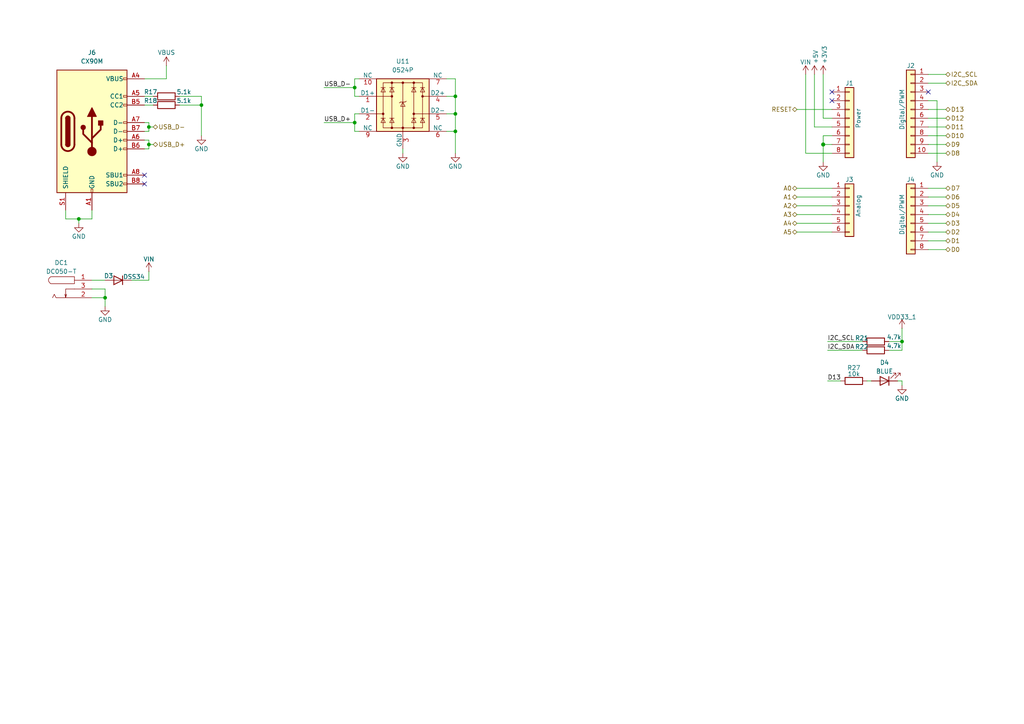
<source format=kicad_sch>
(kicad_sch (version 20231120) (generator "eeschema") (generator_version "8.0")
  (paper "A4")
  (lib_symbols
    (symbol "AC-DC Power Connect:DC050-T" (pin_names (offset 1.016) hide)
      (property "Reference" "DC" (at 0 7.6962 0))
      (property "Value" "DC050-T" (at 0 12.7762 0))
      (symbol "DC050-T_1_1"
        (bezier (pts (xy -9.398 3.556) (xy -10.922 2.54) (xy -9.398 1.524) (xy -9.398 1.524)) (stroke (width 0.1524)))
        (polyline (pts (xy -5.08 -2.54) (xy -5.334 -1.524)) (stroke (width 0.1524)))
        (polyline (pts (xy -5.08 -2.54) (xy -4.826 -1.524)) (stroke (width 0.1524)))
        (polyline (pts (xy -2.54 3.556) (xy -9.398 3.556)) (stroke (width 0.1524)))
        (polyline (pts (xy -2.54 0) (xy -5.08 0) (xy -5.08 -2.54)) (stroke (width 0.1524)))
        (polyline (pts (xy -2.54 3.556) (xy -2.54 1.524) (xy -9.398 1.524)) (stroke (width 0.1524)))
        (polyline (pts (xy -2.54 -2.54) (xy -7.874 -2.54) (xy -8.382 -1.524) (xy -8.89 -2.54)) (stroke (width 0.1524)))
        (pin passive line (at 2.54 2.54 180) (length 5.08) (name "1") (number "1"))
        (pin passive line (at 2.54 -2.54 180) (length 5.08) (name "2") (number "2"))
        (pin passive line (at 2.54 0 180) (length 5.08) (name "3") (number "3"))
      )
    )
    (symbol "Connector:USB_C_Receptacle_USB2.0" (pin_names (offset 1.016))
      (property "Reference" "J" (at -10.16 19.05 0))
      (property "Value" "USB_C_Receptacle_USB2.0" (at 19.05 19.05 0))
      (symbol "USB_C_Receptacle_USB2.0_0_0"
        (rectangle (start -0.254 -17.78) (end 0.254 -16.764))
        (rectangle (start 10.16 -14.986) (end 9.144 -15.494))
        (rectangle (start 10.16 -12.446) (end 9.144 -12.954))
        (rectangle (start 10.16 -4.826) (end 9.144 -5.334))
        (rectangle (start 10.16 -2.286) (end 9.144 -2.794))
        (rectangle (start 10.16 0.254) (end 9.144 -0.254))
        (rectangle (start 10.16 2.794) (end 9.144 2.286))
        (rectangle (start 10.16 7.874) (end 9.144 7.366))
        (rectangle (start 10.16 10.414) (end 9.144 9.906))
        (rectangle (start 10.16 15.494) (end 9.144 14.986))
      )
      (symbol "USB_C_Receptacle_USB2.0_0_1"
        (rectangle (start -10.16 17.78) (end 10.16 -17.78) (stroke (width 0.254)) (fill (type background)))
        (arc (start -8.89 -3.81) (mid -6.985 -5.7067) (end -5.08 -3.81) (stroke (width 0.508)))
        (arc (start -7.62 -3.81) (mid -6.985 -4.4423) (end -6.35 -3.81) (stroke (width 0.254)))
        (arc (start -7.62 -3.81) (mid -6.985 -4.4423) (end -6.35 -3.81) (stroke (width 0.254)) (fill (type outline)))
        (rectangle (start -7.62 -3.81) (end -6.35 3.81) (stroke (width 0.254)) (fill (type outline)))
        (arc (start -6.35 3.81) (mid -6.985 4.4423) (end -7.62 3.81) (stroke (width 0.254)))
        (arc (start -6.35 3.81) (mid -6.985 4.4423) (end -7.62 3.81) (stroke (width 0.254)) (fill (type outline)))
        (arc (start -5.08 3.81) (mid -6.985 5.7067) (end -8.89 3.81) (stroke (width 0.508)))
        (circle (center -2.54 1.143) (radius 0.635) (stroke (width 0.254)) (fill (type outline)))
        (circle (center 0 -5.842) (radius 1.27) (fill (type outline)))
        (polyline (pts (xy -8.89 -3.81) (xy -8.89 3.81)) (stroke (width 0.508)))
        (polyline (pts (xy -5.08 3.81) (xy -5.08 -3.81)) (stroke (width 0.508)))
        (polyline (pts (xy 0 -5.842) (xy 0 4.318)) (stroke (width 0.508)))
        (polyline (pts (xy 0 -3.302) (xy -2.54 -0.762) (xy -2.54 0.508)) (stroke (width 0.508)))
        (polyline (pts (xy 0 -2.032) (xy 2.54 0.508) (xy 2.54 1.778)) (stroke (width 0.508)))
        (polyline (pts (xy -1.27 4.318) (xy 0 6.858) (xy 1.27 4.318) (xy -1.27 4.318)) (stroke (width 0.254)) (fill (type outline)))
        (rectangle (start 1.905 1.778) (end 3.175 3.048) (stroke (width 0.254)) (fill (type outline)))
      )
      (symbol "USB_C_Receptacle_USB2.0_1_1"
        (pin passive line (at 0 -22.86 90) (length 5.08) (name "GND") (number "A1"))
        (pin passive line (at 0 -22.86 90) (length 5.08) hide (name "GND") (number "A12"))
        (pin passive line (at 15.24 15.24 180) (length 5.08) (name "VBUS") (number "A4"))
        (pin bidirectional line (at 15.24 10.16 180) (length 5.08) (name "CC1") (number "A5"))
        (pin bidirectional line (at 15.24 -2.54 180) (length 5.08) (name "D+") (number "A6"))
        (pin bidirectional line (at 15.24 2.54 180) (length 5.08) (name "D-") (number "A7"))
        (pin bidirectional line (at 15.24 -12.7 180) (length 5.08) (name "SBU1") (number "A8"))
        (pin passive line (at 15.24 15.24 180) (length 5.08) hide (name "VBUS") (number "A9"))
        (pin passive line (at 0 -22.86 90) (length 5.08) hide (name "GND") (number "B1"))
        (pin passive line (at 0 -22.86 90) (length 5.08) hide (name "GND") (number "B12"))
        (pin passive line (at 15.24 15.24 180) (length 5.08) hide (name "VBUS") (number "B4"))
        (pin bidirectional line (at 15.24 7.62 180) (length 5.08) (name "CC2") (number "B5"))
        (pin bidirectional line (at 15.24 -5.08 180) (length 5.08) (name "D+") (number "B6"))
        (pin bidirectional line (at 15.24 0 180) (length 5.08) (name "D-") (number "B7"))
        (pin bidirectional line (at 15.24 -15.24 180) (length 5.08) (name "SBU2") (number "B8"))
        (pin passive line (at 15.24 15.24 180) (length 5.08) hide (name "VBUS") (number "B9"))
        (pin passive line (at -7.62 -22.86 90) (length 5.08) (name "SHIELD") (number "S1"))
      )
    )
    (symbol "Connector_Generic:Conn_01x06" (pin_names (offset 1.016) hide)
      (property "Reference" "J" (at 0 7.62 0))
      (property "Value" "Conn_01x06" (at 0 -10.16 0))
      (symbol "Conn_01x06_1_1"
        (rectangle (start -1.27 -7.493) (end 0 -7.747) (stroke (width 0.1524)))
        (rectangle (start -1.27 -4.953) (end 0 -5.207) (stroke (width 0.1524)))
        (rectangle (start -1.27 -2.413) (end 0 -2.667) (stroke (width 0.1524)))
        (rectangle (start -1.27 0.127) (end 0 -0.127) (stroke (width 0.1524)))
        (rectangle (start -1.27 2.667) (end 0 2.413) (stroke (width 0.1524)))
        (rectangle (start -1.27 5.207) (end 0 4.953) (stroke (width 0.1524)))
        (rectangle (start -1.27 6.35) (end 1.27 -8.89) (stroke (width 0.254)) (fill (type background)))
        (pin passive line (at -5.08 5.08 0) (length 3.81) (name "Pin_1") (number "1"))
        (pin passive line (at -5.08 2.54 0) (length 3.81) (name "Pin_2") (number "2"))
        (pin passive line (at -5.08 0 0) (length 3.81) (name "Pin_3") (number "3"))
        (pin passive line (at -5.08 -2.54 0) (length 3.81) (name "Pin_4") (number "4"))
        (pin passive line (at -5.08 -5.08 0) (length 3.81) (name "Pin_5") (number "5"))
        (pin passive line (at -5.08 -7.62 0) (length 3.81) (name "Pin_6") (number "6"))
      )
    )
    (symbol "Connector_Generic:Conn_01x08" (pin_names (offset 1.016) hide)
      (property "Reference" "J" (at 0 10.16 0))
      (property "Value" "Conn_01x08" (at 0 -12.7 0))
      (symbol "Conn_01x08_1_1"
        (rectangle (start -1.27 -10.033) (end 0 -10.287) (stroke (width 0.1524)))
        (rectangle (start -1.27 -7.493) (end 0 -7.747) (stroke (width 0.1524)))
        (rectangle (start -1.27 -4.953) (end 0 -5.207) (stroke (width 0.1524)))
        (rectangle (start -1.27 -2.413) (end 0 -2.667) (stroke (width 0.1524)))
        (rectangle (start -1.27 0.127) (end 0 -0.127) (stroke (width 0.1524)))
        (rectangle (start -1.27 2.667) (end 0 2.413) (stroke (width 0.1524)))
        (rectangle (start -1.27 5.207) (end 0 4.953) (stroke (width 0.1524)))
        (rectangle (start -1.27 7.747) (end 0 7.493) (stroke (width 0.1524)))
        (rectangle (start -1.27 8.89) (end 1.27 -11.43) (stroke (width 0.254)) (fill (type background)))
        (pin passive line (at -5.08 7.62 0) (length 3.81) (name "Pin_1") (number "1"))
        (pin passive line (at -5.08 5.08 0) (length 3.81) (name "Pin_2") (number "2"))
        (pin passive line (at -5.08 2.54 0) (length 3.81) (name "Pin_3") (number "3"))
        (pin passive line (at -5.08 0 0) (length 3.81) (name "Pin_4") (number "4"))
        (pin passive line (at -5.08 -2.54 0) (length 3.81) (name "Pin_5") (number "5"))
        (pin passive line (at -5.08 -5.08 0) (length 3.81) (name "Pin_6") (number "6"))
        (pin passive line (at -5.08 -7.62 0) (length 3.81) (name "Pin_7") (number "7"))
        (pin passive line (at -5.08 -10.16 0) (length 3.81) (name "Pin_8") (number "8"))
      )
    )
    (symbol "Connector_Generic:Conn_01x10" (pin_names (offset 1.016) hide)
      (property "Reference" "J" (at 0 12.7 0))
      (property "Value" "Conn_01x10" (at 0 -15.24 0))
      (symbol "Conn_01x10_1_1"
        (rectangle (start -1.27 -12.573) (end 0 -12.827) (stroke (width 0.1524)))
        (rectangle (start -1.27 -10.033) (end 0 -10.287) (stroke (width 0.1524)))
        (rectangle (start -1.27 -7.493) (end 0 -7.747) (stroke (width 0.1524)))
        (rectangle (start -1.27 -4.953) (end 0 -5.207) (stroke (width 0.1524)))
        (rectangle (start -1.27 -2.413) (end 0 -2.667) (stroke (width 0.1524)))
        (rectangle (start -1.27 0.127) (end 0 -0.127) (stroke (width 0.1524)))
        (rectangle (start -1.27 2.667) (end 0 2.413) (stroke (width 0.1524)))
        (rectangle (start -1.27 5.207) (end 0 4.953) (stroke (width 0.1524)))
        (rectangle (start -1.27 7.747) (end 0 7.493) (stroke (width 0.1524)))
        (rectangle (start -1.27 10.287) (end 0 10.033) (stroke (width 0.1524)))
        (rectangle (start -1.27 11.43) (end 1.27 -13.97) (stroke (width 0.254)) (fill (type background)))
        (pin passive line (at -5.08 10.16 0) (length 3.81) (name "Pin_1") (number "1"))
        (pin passive line (at -5.08 -12.7 0) (length 3.81) (name "Pin_10") (number "10"))
        (pin passive line (at -5.08 7.62 0) (length 3.81) (name "Pin_2") (number "2"))
        (pin passive line (at -5.08 5.08 0) (length 3.81) (name "Pin_3") (number "3"))
        (pin passive line (at -5.08 2.54 0) (length 3.81) (name "Pin_4") (number "4"))
        (pin passive line (at -5.08 0 0) (length 3.81) (name "Pin_5") (number "5"))
        (pin passive line (at -5.08 -2.54 0) (length 3.81) (name "Pin_6") (number "6"))
        (pin passive line (at -5.08 -5.08 0) (length 3.81) (name "Pin_7") (number "7"))
        (pin passive line (at -5.08 -7.62 0) (length 3.81) (name "Pin_8") (number "8"))
        (pin passive line (at -5.08 -10.16 0) (length 3.81) (name "Pin_9") (number "9"))
      )
    )
    (symbol "Device:D" (pin_numbers hide) (pin_names (offset 1.016) hide)
      (property "Reference" "D" (at 0 2.54 0))
      (property "Value" "D" (at 0 -2.54 0))
      (symbol "D_0_1"
        (polyline (pts (xy -1.27 1.27) (xy -1.27 -1.27)) (stroke (width 0.254)))
        (polyline (pts (xy 1.27 0) (xy -1.27 0)))
        (polyline (pts (xy 1.27 1.27) (xy 1.27 -1.27) (xy -1.27 0) (xy 1.27 1.27)) (stroke (width 0.254)))
      )
      (symbol "D_1_1"
        (pin passive line (at -3.81 0 0) (length 2.54) (name "K") (number "1"))
        (pin passive line (at 3.81 0 180) (length 2.54) (name "A") (number "2"))
      )
    )
    (symbol "Device:LED" (pin_numbers hide) (pin_names (offset 1.016) hide)
      (property "Reference" "D" (at 0 2.54 0))
      (property "Value" "LED" (at 0 -2.54 0))
      (symbol "LED_0_1"
        (polyline (pts (xy -1.27 -1.27) (xy -1.27 1.27)) (stroke (width 0.254)))
        (polyline (pts (xy -1.27 0) (xy 1.27 0)))
        (polyline (pts (xy 1.27 -1.27) (xy 1.27 1.27) (xy -1.27 0) (xy 1.27 -1.27)) (stroke (width 0.254)))
        (polyline (pts (xy -3.048 -0.762) (xy -4.572 -2.286) (xy -3.81 -2.286) (xy -4.572 -2.286) (xy -4.572 -1.524)))
        (polyline (pts (xy -1.778 -0.762) (xy -3.302 -2.286) (xy -2.54 -2.286) (xy -3.302 -2.286) (xy -3.302 -1.524)))
      )
      (symbol "LED_1_1"
        (pin passive line (at -3.81 0 0) (length 2.54) (name "K") (number "1"))
        (pin passive line (at 3.81 0 180) (length 2.54) (name "A") (number "2"))
      )
    )
    (symbol "Device:R" (pin_numbers hide) (pin_names (offset 0))
      (property "Reference" "R" (at 2.032 0 90))
      (property "Value" "R" (at 0 0 90))
      (symbol "R_0_1"
        (rectangle (start -1.016 -2.54) (end 1.016 2.54) (stroke (width 0.254)))
      )
      (symbol "R_1_1"
        (pin passive line (at 0 3.81 270) (length 1.27) (name "~") (number "1"))
        (pin passive line (at 0 -3.81 90) (length 1.27) (name "~") (number "2"))
      )
    )
    (symbol "Power_Protection:TPD4EUSB30" (pin_names (offset 0))
      (property "Reference" "U" (at -0.635 8.89 0))
      (property "Value" "TPD4EUSB30" (at 8.89 -10.16 0))
      (symbol "TPD4EUSB30_0_0"
        (rectangle (start -5.715 6.477) (end 5.715 -6.604))
        (polyline (pts (xy -3.175 -6.604) (xy -3.175 6.477)))
        (polyline (pts (xy 0 6.477) (xy 0 -6.604)))
        (polyline (pts (xy 3.175 6.477) (xy 3.175 -6.604)))
      )
      (symbol "TPD4EUSB30_0_1"
        (rectangle (start -7.62 7.62) (end 7.62 -7.62) (stroke (width 0.254)) (fill (type background)))
        (circle (center -5.715 -2.54) (radius 0.2794) (fill (type outline)))
        (circle (center -3.175 -6.604) (radius 0.2794) (fill (type outline)))
        (circle (center -3.175 2.54) (radius 0.2794) (fill (type outline)))
        (circle (center -3.175 6.477) (radius 0.2794) (fill (type outline)))
        (circle (center 0 -6.604) (radius 0.2794) (fill (type outline)))
        (polyline (pts (xy -7.747 2.54) (xy -3.175 2.54)))
        (polyline (pts (xy -7.62 -2.54) (xy -5.715 -2.54)))
        (polyline (pts (xy -5.08 -3.81) (xy -6.35 -3.81)))
        (polyline (pts (xy -5.08 5.08) (xy -6.35 5.08)))
        (polyline (pts (xy -2.54 -3.81) (xy -3.81 -3.81)))
        (polyline (pts (xy -2.54 5.08) (xy -3.81 5.08)))
        (polyline (pts (xy -0.635 0.889) (xy -1.016 0.635)))
        (polyline (pts (xy 0 -6.604) (xy 0 -7.62)))
        (polyline (pts (xy 0.635 0.889) (xy -0.635 0.889)))
        (polyline (pts (xy 0.635 0.889) (xy 1.016 1.143)))
        (polyline (pts (xy 3.81 -3.81) (xy 2.54 -3.81)))
        (polyline (pts (xy 3.81 5.08) (xy 2.54 5.08)))
        (polyline (pts (xy 6.35 -3.81) (xy 5.08 -3.81)))
        (polyline (pts (xy 6.35 5.08) (xy 5.08 5.08)))
        (polyline (pts (xy 7.62 -2.54) (xy 3.175 -2.54)))
        (polyline (pts (xy 7.62 2.54) (xy 5.715 2.54)))
        (polyline (pts (xy -5.08 -5.08) (xy -6.35 -5.08) (xy -5.715 -3.81) (xy -5.08 -5.08)))
        (polyline (pts (xy -5.08 3.81) (xy -6.35 3.81) (xy -5.715 5.08) (xy -5.08 3.81)))
        (polyline (pts (xy -2.54 -5.08) (xy -3.81 -5.08) (xy -3.175 -3.81) (xy -2.54 -5.08)))
        (polyline (pts (xy -2.54 3.81) (xy -3.81 3.81) (xy -3.175 5.08) (xy -2.54 3.81)))
        (polyline (pts (xy 0.635 -0.381) (xy -0.635 -0.381) (xy 0 0.889) (xy 0.635 -0.381)))
        (polyline (pts (xy 3.81 -5.08) (xy 2.54 -5.08) (xy 3.175 -3.81) (xy 3.81 -5.08)))
        (polyline (pts (xy 3.81 3.81) (xy 2.54 3.81) (xy 3.175 5.08) (xy 3.81 3.81)))
        (polyline (pts (xy 6.35 -5.08) (xy 5.08 -5.08) (xy 5.715 -3.81) (xy 6.35 -5.08)))
        (polyline (pts (xy 6.35 3.81) (xy 5.08 3.81) (xy 5.715 5.08) (xy 6.35 3.81)))
        (circle (center 0 6.477) (radius 0.2794) (fill (type outline)))
        (circle (center 3.175 -6.604) (radius 0.2794) (fill (type outline)))
        (circle (center 3.175 -2.54) (radius 0.2794) (fill (type outline)))
        (circle (center 3.175 6.477) (radius 0.2794) (fill (type outline)))
        (circle (center 5.715 2.54) (radius 0.2794) (fill (type outline)))
      )
      (symbol "TPD4EUSB30_1_1"
        (pin passive line (at -12.7 2.54 0) (length 5.08) (name "D1+") (number "1"))
        (pin free line (at -12.7 7.62 0) (length 5.08) (name "NC") (number "10"))
        (pin passive line (at -12.7 -2.54 0) (length 5.08) (name "D1-") (number "2"))
        (pin power_in line (at 0 -12.7 90) (length 5.08) (name "GND") (number "3"))
        (pin passive line (at 12.7 2.54 180) (length 5.08) (name "D2+") (number "4"))
        (pin passive line (at 12.7 -2.54 180) (length 5.08) (name "D2-") (number "5"))
        (pin free line (at 12.7 -7.62 180) (length 5.08) (name "NC") (number "6"))
        (pin free line (at 12.7 7.62 180) (length 5.08) (name "NC") (number "7"))
        (pin passive line (at 0 -12.7 90) (length 5.08) hide (name "GND") (number "8"))
        (pin free line (at -12.7 -7.62 0) (length 5.08) (name "NC") (number "9"))
      )
    )
    (symbol "power:+3V3" (power) (pin_names (offset 0))
      (property "Value" "+3V3" (at 0 3.556 0))
      (symbol "+3V3_0_1"
        (polyline (pts (xy -0.762 1.27) (xy 0 2.54)))
        (polyline (pts (xy 0 0) (xy 0 2.54)))
        (polyline (pts (xy 0 2.54) (xy 0.762 1.27)))
      )
      (symbol "+3V3_1_1"
        (pin power_in line (at 0 0 90) (length 0) hide (name "+3V3") (number "1"))
      )
    )
    (symbol "power:+5V" (power) (pin_names (offset 0))
      (property "Value" "+5V" (at 0 3.556 0))
      (symbol "+5V_0_1"
        (polyline (pts (xy -0.762 1.27) (xy 0 2.54)))
        (polyline (pts (xy 0 0) (xy 0 2.54)))
        (polyline (pts (xy 0 2.54) (xy 0.762 1.27)))
      )
      (symbol "+5V_1_1"
        (pin power_in line (at 0 0 90) (length 0) hide (name "+5V") (number "1"))
      )
    )
    (symbol "power:GND" (power) (pin_names (offset 0))
      (property "Value" "GND" (at 0 -3.81 0))
      (symbol "GND_0_1"
        (polyline (pts (xy 0 0) (xy 0 -1.27) (xy 1.27 -1.27) (xy 0 -2.54) (xy -1.27 -1.27) (xy 0 -1.27)))
      )
      (symbol "GND_1_1"
        (pin power_in line (at 0 0 270) (length 0) hide (name "GND") (number "1"))
      )
    )
    (symbol "power:VBUS" (power) (pin_numbers hide) (pin_names (offset 0) hide)
      (property "Value" "VBUS" (at 0 3.556 0))
      (symbol "VBUS_0_1"
        (polyline (pts (xy -0.762 1.27) (xy 0 2.54)))
        (polyline (pts (xy 0 0) (xy 0 2.54)))
        (polyline (pts (xy 0 2.54) (xy 0.762 1.27)))
      )
      (symbol "VBUS_1_1"
        (pin power_in line (at 0 0 90) (length 0) (name "~") (number "1"))
      )
    )
    (symbol "power:VD" (power) (pin_numbers hide) (pin_names (offset 0) hide)
      (property "Value" "VD" (at 0 3.556 0))
      (symbol "VD_0_1"
        (polyline (pts (xy -0.762 1.27) (xy 0 2.54)))
        (polyline (pts (xy 0 0) (xy 0 2.54)))
        (polyline (pts (xy 0 2.54) (xy 0.762 1.27)))
      )
      (symbol "VD_1_1"
        (pin power_in line (at 0 0 90) (length 0) (name "~") (number "1"))
      )
    )
  )
  (junction (at 132.08 27.94))
  (junction (at 58.42 30.48))
  (junction (at 102.87 25.4))
  (junction (at 132.08 38.1))
  (junction (at 43.18 41.91))
  (junction (at 30.48 86.36))
  (junction (at 261.62 99.06))
  (junction (at 43.18 36.83))
  (junction (at 132.08 33.02))
  (junction (at 22.86 63.5))
  (junction (at 238.76 41.91) (diameter 1.016))
  (junction (at 102.87 35.56))
  (no_connect (at 241.3 26.67))
  (no_connect (at 241.3 29.21))
  (no_connect (at 41.91 50.8))
  (no_connect (at 41.91 53.34))
  (no_connect (at 269.24 26.67))
  (wire (pts (xy 241.3 41.91) (xy 238.76 41.91)))
  (wire (pts (xy 19.05 60.96) (xy 19.05 63.5)))
  (wire (pts (xy 26.67 86.36) (xy 30.48 86.36)))
  (wire (pts (xy 43.18 40.64) (xy 43.18 41.91)))
  (wire (pts (xy 269.24 29.21) (xy 271.78 29.21)))
  (wire (pts (xy 236.22 21.59) (xy 236.22 36.83)))
  (wire (pts (xy 22.86 63.5) (xy 22.86 64.77)))
  (wire (pts (xy 257.81 101.6) (xy 261.62 101.6)))
  (wire (pts (xy 241.3 54.61) (xy 231.14 54.61)))
  (wire (pts (xy 236.22 36.83) (xy 241.3 36.83)))
  (wire (pts (xy 269.24 31.75) (xy 274.32 31.75)))
  (wire (pts (xy 102.87 33.02) (xy 104.14 33.02)))
  (wire (pts (xy 132.08 22.86) (xy 132.08 27.94)))
  (wire (pts (xy 269.24 44.45) (xy 274.32 44.45)))
  (wire (pts (xy 132.08 33.02) (xy 132.08 38.1)))
  (wire (pts (xy 41.91 22.86) (xy 48.26 22.86)))
  (wire (pts (xy 38.1 81.28) (xy 43.18 81.28)))
  (wire (pts (xy 41.91 27.94) (xy 44.45 27.94)))
  (wire (pts (xy 269.24 21.59) (xy 274.32 21.59)))
  (wire (pts (xy 257.81 99.06) (xy 261.62 99.06)))
  (wire (pts (xy 269.24 67.31) (xy 274.32 67.31)))
  (wire (pts (xy 240.03 101.6) (xy 250.19 101.6)))
  (wire (pts (xy 238.76 34.29) (xy 241.3 34.29)))
  (wire (pts (xy 231.14 57.15) (xy 241.3 57.15)))
  (wire (pts (xy 102.87 25.4) (xy 102.87 22.86)))
  (wire (pts (xy 238.76 39.37) (xy 238.76 41.91)))
  (wire (pts (xy 41.91 35.56) (xy 43.18 35.56)))
  (wire (pts (xy 43.18 78.74) (xy 43.18 81.28)))
  (wire (pts (xy 129.54 33.02) (xy 132.08 33.02)))
  (wire (pts (xy 260.35 110.49) (xy 261.62 110.49)))
  (wire (pts (xy 104.14 27.94) (xy 102.87 27.94)))
  (wire (pts (xy 240.03 99.06) (xy 250.19 99.06)))
  (wire (pts (xy 30.48 83.82) (xy 30.48 86.36)))
  (wire (pts (xy 26.67 83.82) (xy 30.48 83.82)))
  (wire (pts (xy 116.84 43.18) (xy 116.84 44.45)))
  (wire (pts (xy 102.87 22.86) (xy 104.14 22.86)))
  (wire (pts (xy 19.05 63.5) (xy 22.86 63.5)))
  (wire (pts (xy 132.08 38.1) (xy 132.08 44.45)))
  (wire (pts (xy 43.18 36.83) (xy 44.45 36.83)))
  (wire (pts (xy 43.18 38.1) (xy 41.91 38.1)))
  (wire (pts (xy 132.08 27.94) (xy 132.08 33.02)))
  (wire (pts (xy 269.24 39.37) (xy 274.32 39.37)))
  (wire (pts (xy 41.91 30.48) (xy 44.45 30.48)))
  (wire (pts (xy 238.76 41.91) (xy 238.76 46.99)))
  (wire (pts (xy 241.3 59.69) (xy 231.14 59.69)))
  (wire (pts (xy 241.3 64.77) (xy 231.14 64.77)))
  (wire (pts (xy 231.14 67.31) (xy 241.3 67.31)))
  (wire (pts (xy 26.67 63.5) (xy 26.67 60.96)))
  (wire (pts (xy 269.24 57.15) (xy 274.32 57.15)))
  (wire (pts (xy 240.03 110.49) (xy 243.84 110.49)))
  (wire (pts (xy 52.07 30.48) (xy 58.42 30.48)))
  (wire (pts (xy 269.24 34.29) (xy 274.32 34.29)))
  (wire (pts (xy 269.24 69.85) (xy 274.32 69.85)))
  (wire (pts (xy 269.24 41.91) (xy 274.32 41.91)))
  (wire (pts (xy 269.24 62.23) (xy 274.32 62.23)))
  (wire (pts (xy 269.24 64.77) (xy 274.32 64.77)))
  (wire (pts (xy 261.62 95.25) (xy 261.62 99.06)))
  (wire (pts (xy 58.42 30.48) (xy 58.42 39.37)))
  (wire (pts (xy 129.54 38.1) (xy 132.08 38.1)))
  (wire (pts (xy 269.24 59.69) (xy 274.32 59.69)))
  (wire (pts (xy 241.3 44.45) (xy 233.68 44.45)))
  (wire (pts (xy 93.98 25.4) (xy 102.87 25.4)))
  (wire (pts (xy 129.54 27.94) (xy 132.08 27.94)))
  (wire (pts (xy 93.98 35.56) (xy 102.87 35.56)))
  (wire (pts (xy 269.24 36.83) (xy 274.32 36.83)))
  (wire (pts (xy 43.18 43.18) (xy 41.91 43.18)))
  (wire (pts (xy 129.54 22.86) (xy 132.08 22.86)))
  (wire (pts (xy 261.62 99.06) (xy 261.62 101.6)))
  (wire (pts (xy 43.18 36.83) (xy 43.18 38.1)))
  (wire (pts (xy 269.24 72.39) (xy 274.32 72.39)))
  (wire (pts (xy 271.78 29.21) (xy 271.78 46.99)))
  (wire (pts (xy 104.14 38.1) (xy 102.87 38.1)))
  (wire (pts (xy 102.87 35.56) (xy 102.87 33.02)))
  (wire (pts (xy 41.91 40.64) (xy 43.18 40.64)))
  (wire (pts (xy 43.18 35.56) (xy 43.18 36.83)))
  (wire (pts (xy 251.46 110.49) (xy 252.73 110.49)))
  (wire (pts (xy 102.87 25.4) (xy 102.87 27.94)))
  (wire (pts (xy 52.07 27.94) (xy 58.42 27.94)))
  (wire (pts (xy 231.14 62.23) (xy 241.3 62.23)))
  (wire (pts (xy 58.42 27.94) (xy 58.42 30.48)))
  (wire (pts (xy 30.48 86.36) (xy 30.48 88.9)))
  (wire (pts (xy 233.68 44.45) (xy 233.68 21.59)))
  (wire (pts (xy 238.76 21.59) (xy 238.76 34.29)))
  (wire (pts (xy 269.24 54.61) (xy 274.32 54.61)))
  (wire (pts (xy 48.26 19.05) (xy 48.26 22.86)))
  (wire (pts (xy 102.87 38.1) (xy 102.87 35.56)))
  (wire (pts (xy 22.86 63.5) (xy 26.67 63.5)))
  (wire (pts (xy 241.3 39.37) (xy 238.76 39.37)))
  (wire (pts (xy 261.62 110.49) (xy 261.62 111.76)))
  (wire (pts (xy 43.18 41.91) (xy 43.18 43.18)))
  (wire (pts (xy 269.24 24.13) (xy 274.32 24.13)))
  (wire (pts (xy 26.67 81.28) (xy 30.48 81.28)))
  (wire (pts (xy 231.14 31.75) (xy 241.3 31.75)))
  (wire (pts (xy 43.18 41.91) (xy 44.45 41.91)))
  (label "USB_D-" (at 93.98 25.4 0))
  (label "D13" (at 240.03 110.49 0))
  (label "I2C_SCL" (at 240.03 99.06 0))
  (label "USB_D+" (at 93.98 35.56 0))
  (label "I2C_SDA" (at 240.03 101.6 0))
  (hierarchical_label "A2" (shape bidirectional) (at 231.14 59.69 180))
  (hierarchical_label "D5" (shape bidirectional) (at 274.32 59.69 0))
  (hierarchical_label "D10" (shape bidirectional) (at 274.32 39.37 0))
  (hierarchical_label "D8" (shape bidirectional) (at 274.32 44.45 0))
  (hierarchical_label "I2C_SDA" (shape bidirectional) (at 274.32 24.13 0))
  (hierarchical_label "RESET" (shape bidirectional) (at 231.14 31.75 180))
  (hierarchical_label "USB_D+" (shape bidirectional) (at 44.45 41.91 0))
  (hierarchical_label "D3" (shape bidirectional) (at 274.32 64.77 0))
  (hierarchical_label "I2C_SCL" (shape bidirectional) (at 274.32 21.59 0))
  (hierarchical_label "D1" (shape bidirectional) (at 274.32 69.85 0))
  (hierarchical_label "D11" (shape bidirectional) (at 274.32 36.83 0))
  (hierarchical_label "A5" (shape bidirectional) (at 231.14 67.31 180))
  (hierarchical_label "D6" (shape bidirectional) (at 274.32 57.15 0))
  (hierarchical_label "D0" (shape bidirectional) (at 274.32 72.39 0))
  (hierarchical_label "D2" (shape bidirectional) (at 274.32 67.31 0))
  (hierarchical_label "A0" (shape bidirectional) (at 231.14 54.61 180))
  (hierarchical_label "D9" (shape bidirectional) (at 274.32 41.91 0))
  (hierarchical_label "A1" (shape bidirectional) (at 231.14 57.15 180))
  (hierarchical_label "D13" (shape bidirectional) (at 274.32 31.75 0))
  (hierarchical_label "A3" (shape bidirectional) (at 231.14 62.23 180))
  (hierarchical_label "D7" (shape bidirectional) (at 274.32 54.61 0))
  (hierarchical_label "A4" (shape bidirectional) (at 231.14 64.77 180))
  (hierarchical_label "USB_D-" (shape bidirectional) (at 44.45 36.83 0))
  (hierarchical_label "D12" (shape bidirectional) (at 274.32 34.29 0))
  (hierarchical_label "D4" (shape bidirectional) (at 274.32 62.23 0))
  (symbol (lib_id "power:GND") (at 58.42 39.37 0) (unit 1)
    (property "Reference" "#PWR062" (effects (hide yes)))
    (property "Value" "GND" (at 58.42 43.18 0))
    (property "Description" "Power symbol creates a global label with name \"GND\" , ground" (effects (hide yes)))
  )
  (symbol (lib_id "Device:R") (at 48.26 27.94 90) (unit 1)
    (property "Reference" "R17" (at 43.688 26.67 90))
    (property "Value" "5.1k" (at 53.34 26.67 90))
    (property "Footprint" "Resistor_SMD:R_0402_1005Metric" (effects (hide yes)))
    (property "Description" "Resistor" (effects (hide yes)))
  )
  (symbol (lib_id "power:VBUS") (at 48.26 19.05 0) (unit 1)
    (property "Reference" "#PWR061" (effects (hide yes)))
    (property "Value" "VBUS" (at 48.26 15.24 0))
    (property "Description" "Power symbol creates a global label with name \"VBUS\"" (effects (hide yes)))
  )
  (symbol (lib_id "power:VBUS") (at 233.68 21.59 0) (unit 1)
    (property "Reference" "#PWR01" (effects (hide yes)))
    (property "Value" "VIN" (at 233.68 18.034 0))
    (property "Description" "Power symbol creates a global label with name \"VBUS\"" (effects (hide yes)))
  )
  (symbol (lib_id "Power_Protection:TPD4EUSB30") (at 116.84 30.48 0) (unit 1)
    (property "Reference" "U11" (at 116.84 17.78 0))
    (property "Value" "0524P" (at 116.84 20.32 0))
    (property "Footprint" "Package_SON:USON-10_2.5x1.0mm_P0.5mm" (effects (hide yes)))
    (property "Datasheet" "http://www.ti.com/lit/ds/symlink/tpd2eusb30a.pdf" (effects (hide yes)))
    (property "Description" "4-Channel ESD Protection for Super-Speed USB 3.0 Interface, USON-10" (effects (hide yes)))
  )
  (symbol (lib_id "power:GND") (at 261.62 111.76 0) (unit 1)
    (property "Reference" "#PWR089" (effects (hide yes)))
    (property "Value" "GND" (at 261.62 115.57 0))
    (property "Description" "Power symbol creates a global label with name \"GND\" , ground" (effects (hide yes)))
  )
  (symbol (lib_id "power:GND") (at 30.48 88.9 0) (unit 1)
    (property "Reference" "#PWR065" (effects (hide yes)))
    (property "Value" "GND" (at 30.48 92.71 0))
  )
  (symbol (lib_id "power:GND") (at 22.86 64.77 0) (unit 1)
    (property "Reference" "#PWR063" (effects (hide yes)))
    (property "Value" "GND" (at 22.86 68.58 0))
    (property "Description" "Power symbol creates a global label with name \"GND\" , ground" (effects (hide yes)))
  )
  (symbol (lib_id "Connector_Generic:Conn_01x10") (at 264.16 31.75 0) (mirror y) (unit 1)
    (property "Reference" "J2" (at 264.16 19.05 0))
    (property "Value" "Digital/PWM" (at 261.62 31.75 90))
    (property "Footprint" "Connector_PinSocket_2.54mm:PinSocket_1x10_P2.54mm_Vertical" (effects (hide yes)))
  )
  (symbol (lib_id "AC-DC Power Connect:DC050-T") (at 24.13 83.82 0) (unit 1)
    (property "Reference" "DC1" (at 17.78 76.2 0))
    (property "Value" "DC050-T" (at 17.78 78.74 0))
    (property "Footprint" "Connector_BarrelJack:BarrelJack_GCT_DCJ200-10-A_Horizontal" (effects (hide yes)))
    (property "SuppliersPartNumber" "C431534" (effects (hide yes)))
    (property "uuid" "std:74cfcd91ed894922be79b279c73d152c" (effects (hide yes)))
  )
  (symbol (lib_id "Device:R") (at 254 101.6 90) (unit 1)
    (property "Reference" "R22" (at 249.936 100.584 90))
    (property "Value" "4.7k" (at 259.334 100.33 90))
    (property "Footprint" "Resistor_SMD:R_0402_1005Metric" (effects (hide yes)))
    (property "Description" "Resistor" (effects (hide yes)))
  )
  (symbol (lib_id "power:GND") (at 271.78 46.99 0) (unit 1)
    (property "Reference" "#PWR05" (effects (hide yes)))
    (property "Value" "GND" (at 271.78 50.8 0))
  )
  (symbol (lib_id "Connector_Generic:Conn_01x08") (at 264.16 62.23 0) (mirror y) (unit 1)
    (property "Reference" "J4" (at 264.16 52.07 0))
    (property "Value" "Digital/PWM" (at 261.62 62.23 90))
    (property "Footprint" "Connector_PinSocket_2.54mm:PinSocket_1x08_P2.54mm_Vertical" (effects (hide yes)))
  )
  (symbol (lib_id "Device:R") (at 254 99.06 90) (unit 1)
    (property "Reference" "R21" (at 249.936 98.044 90))
    (property "Value" "4.7k" (at 259.334 97.79 90))
    (property "Footprint" "Resistor_SMD:R_0402_1005Metric" (effects (hide yes)))
    (property "Description" "Resistor" (effects (hide yes)))
  )
  (symbol (lib_id "Device:D") (at 34.29 81.28 180) (unit 1)
    (property "Reference" "D3" (at 31.496 80.01 0))
    (property "Value" "DSS34" (at 38.862 80.264 0))
    (property "Footprint" "Diode_SMD:D_SOD-123F" (effects (hide yes)))
    (property "Description" "Diode" (effects (hide yes)))
    (property "Sim.Device" "D" (effects (hide yes)))
    (property "Sim.Pins" "1=K 2=A" (effects (hide yes)))
    (property "LCSC" "C511866" (effects (hide yes)))
  )
  (symbol (lib_id "Device:R") (at 48.26 30.48 90) (unit 1)
    (property "Reference" "R18" (at 43.688 29.21 90))
    (property "Value" "5.1k" (at 53.34 29.21 90))
    (property "Footprint" "Resistor_SMD:R_0402_1005Metric" (effects (hide yes)))
    (property "Description" "Resistor" (effects (hide yes)))
  )
  (symbol (lib_id "Connector_Generic:Conn_01x08") (at 246.38 34.29 0) (unit 1)
    (property "Reference" "J1" (at 246.38 24.13 0))
    (property "Value" "Power" (at 248.92 34.29 90))
    (property "Footprint" "Connector_PinSocket_2.54mm:PinSocket_1x08_P2.54mm_Vertical" (effects (hide yes)))
  )
  (symbol (lib_id "power:GND") (at 238.76 46.99 0) (unit 1)
    (property "Reference" "#PWR04" (effects (hide yes)))
    (property "Value" "GND" (at 238.76 50.8 0))
  )
  (symbol (lib_id "Connector_Generic:Conn_01x06") (at 246.38 59.69 0) (unit 1)
    (property "Reference" "J3" (at 246.38 52.07 0))
    (property "Value" "Analog" (at 248.92 59.69 90))
    (property "Footprint" "Connector_PinSocket_2.54mm:PinSocket_1x06_P2.54mm_Vertical" (effects (hide yes)))
  )
  (symbol (lib_id "power:+5V") (at 236.22 21.59 0) (unit 1)
    (property "Reference" "#PWR02" (effects (hide yes)))
    (property "Value" "+5V" (at 236.5756 18.542 90) (effects (justify left)))
  )
  (symbol (lib_id "Device:LED") (at 256.54 110.49 180) (unit 1)
    (property "Reference" "D4" (at 256.54 105.156 0))
    (property "Value" "BLUE" (at 256.54 107.696 0))
    (property "Footprint" "LED_SMD:LED_0603_1608Metric" (effects (hide yes)))
    (property "Description" "Light emitting diode" (effects (hide yes)))
  )
  (symbol (lib_id "power:GND") (at 132.08 44.45 0) (unit 1)
    (property "Reference" "#PWR088" (effects (hide yes)))
    (property "Value" "GND" (at 132.08 48.26 0))
    (property "Description" "Power symbol creates a global label with name \"GND\" , ground" (effects (hide yes)))
  )
  (symbol (lib_id "power:VBUS") (at 43.18 78.74 0) (unit 1)
    (property "Reference" "#PWR064" (effects (hide yes)))
    (property "Value" "VIN" (at 43.18 75.184 0))
    (property "Description" "Power symbol creates a global label with name \"VBUS\"" (effects (hide yes)))
  )
  (symbol (lib_id "Device:R") (at 247.65 110.49 90) (unit 1)
    (property "Reference" "R27" (at 247.65 106.68 90))
    (property "Value" "10k" (at 247.65 108.458 90))
    (property "Footprint" "Resistor_SMD:R_0402_1005Metric" (effects (hide yes)))
    (property "Description" "Resistor" (effects (hide yes)))
  )
  (symbol (lib_id "Connector:USB_C_Receptacle_USB2.0") (at 26.67 38.1 0) (unit 1)
    (property "Reference" "J6" (at 26.67 15.24 0))
    (property "Value" "CX90M" (at 26.67 17.78 0))
    (property "Footprint" "My USB Connector:USB-C-SMD_CX90M-16P" (effects (hide yes)))
    (property "Datasheet" "https://www.usb.org/sites/default/files/documents/usb_type-c.zip" (effects (hide yes)))
    (property "Description" "USB 2.0-only Type-C Receptacle connector" (effects (hide yes)))
  )
  (symbol (lib_id "power:VD") (at 261.62 95.25 0) (unit 1)
    (property "Reference" "#PWR074" (effects (hide yes)))
    (property "Value" "VDD33_1" (at 261.62 91.948 0))
    (property "Description" "Power symbol creates a global label with name \"VD\"" (effects (hide yes)))
  )
  (symbol (lib_id "power:GND") (at 116.84 44.45 0) (unit 1)
    (property "Reference" "#PWR087" (effects (hide yes)))
    (property "Value" "GND" (at 116.84 48.26 0))
    (property "Description" "Power symbol creates a global label with name \"GND\" , ground" (effects (hide yes)))
  )
  (symbol (lib_id "power:+3V3") (at 238.76 21.59 0) (unit 1)
    (property "Reference" "#PWR03" (effects (hide yes)))
    (property "Value" "+3V3" (at 239.141 18.542 90) (effects (justify left)))
  )
)
</source>
